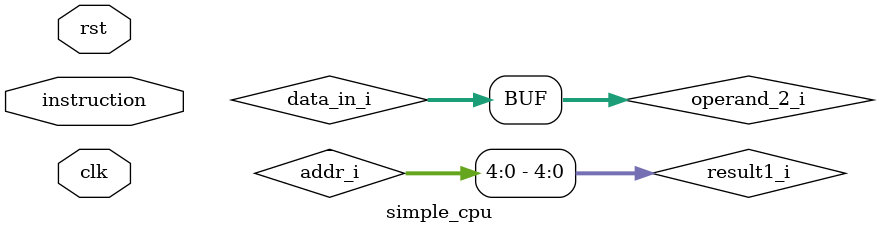
<source format=v>
module simple_cpu( clk, rst, instruction );

    parameter DATA_WIDTH = 8; //8 bit wide data
    parameter ADDR_BITS = 5; //32 Addresses
    parameter INSTR_WIDTH =20; //20b instruction

    input [INSTR_WIDTH-1:0] instruction;
    input clk, rst;

    //Wires for connecting to data memory    
  wire [ADDR_BITS-1:0] addr_i; //not assigned?
    wire [DATA_WIDTH-1:0] data_in_i, data_out_i, result2_i ;
    wire wen_i; 
    
    //wire for connecting to the ALU
    wire [DATA_WIDTH-1:0]operand_a_i, operand_b_i, result1_i;
    wire [3:0]opcode_i;
    
   
    //Wire for connecting to CU
    wire [DATA_WIDTH-1:0]offset_i;
    wire sel1_i, sel3_i;
    wire [DATA_WIDTH-1:0] operand_1_i, operand_2_i;

    //wire [DATA_WIDTH-1:0] regfile_i [0:3];
    
    //Instantiating an alu1
    alu #(DATA_WIDTH) alu1 (clk, operand_a_i, operand_b_i, opcode_i, result1_i);
     
    //instantiation of data memory
    reg_mem  #(DATA_WIDTH,ADDR_BITS) data_memory(result1_i, data_in_i, wen_i, clk, data_out_i);
    
    //Instantiation of a CU
    CU  #(DATA_WIDTH,ADDR_BITS, INSTR_WIDTH) CU1(clk, rst, instruction, result2_i,
        operand_1_i, operand_2_i, offset_i, opcode_i, sel1_i, sel3_i, wen_i);
    
	/*my pesonal notes:
  		result1 is the address in memory to fetch/write to
        data_in is what to write to that address if wen=1
  	*/
    
    //Connect CU to ALU
    assign operand_a_i = operand_1_i;
    assign operand_b_i = (sel3_i == 0) ? operand_2_i: (sel3_i == 1) ? offset_i : 8'bx;
    
    //Connect CU to Memory
    assign data_in_i = operand_2_i;
  	assign addr_i=result1_i;
    
    //Connect datamem to CU
    assign result2_i = (sel1_i == 0) ? data_out_i : (sel1_i == 1) ? result1_i : 8'bx;  
    
endmodule
</source>
